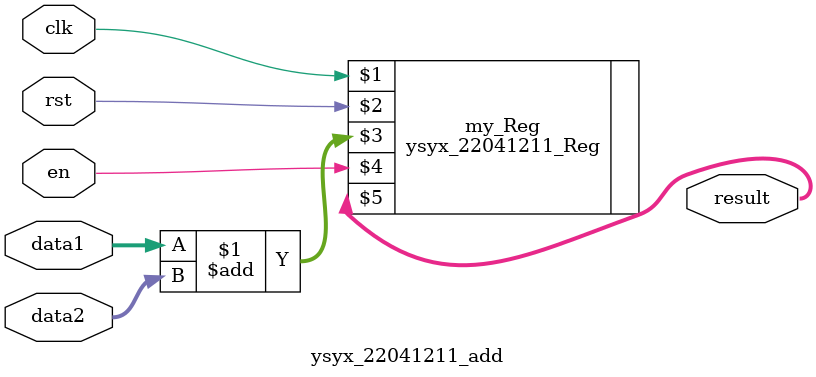
<source format=v>
/*************************************************************************
	> File Name: ysyx_22041211_add.v
	> Author: Chelsea
	> Mail: 1938166340@qq.com 
	> Created Time: 2023年08月04日 星期五 18时24分15秒
 ************************************************************************/

module ysyx_22041211_add #(parameter DATA_LEN = 32)(
	input		[DATA_LEN - 1:0]		data1,
	input		[DATA_LEN - 1:0]		data2,
	input								en,
	input								rst,
	input								clk,


	output		[DATA_LEN - 1:0]		result
);
	ysyx_22041211_Reg #(DATA_LEN) my_Reg (clk,rst,data1 + data2,en,result);
	//ysyx_22041211_Reg #(WIDTH = 1)(clk,1'b0,(data1[DATA_LEN - 1] == data2[DATA_LEN - 1] && result[DATA_LEN - 1] != data1[DATA_LEN - 1]),en,overflow);


endmodule


</source>
